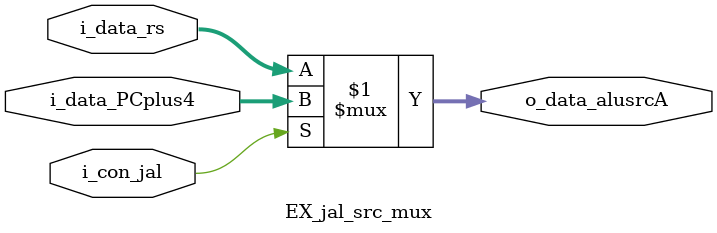
<source format=sv>
module EX_jal_src_mux(
						input  [31:0] i_data_PCplus4, i_data_rs, 
             		  	input         i_con_jal, 
               			output [31:0] o_data_alusrcA);

	assign o_data_alusrcA = i_con_jal ? i_data_PCplus4 : i_data_rs;

endmodule
</source>
